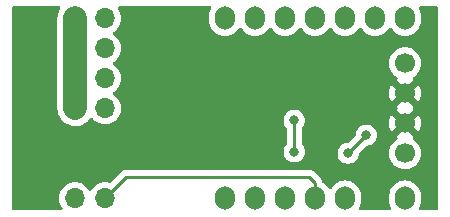
<source format=gbl>
G04 #@! TF.GenerationSoftware,KiCad,Pcbnew,6.0.11*
G04 #@! TF.CreationDate,2025-02-19T14:47:37+01:00*
G04 #@! TF.ProjectId,JetiMiniVarioPCB,4a657469-4d69-46e6-9956-6172696f5043,rev?*
G04 #@! TF.SameCoordinates,Original*
G04 #@! TF.FileFunction,Copper,L2,Bot*
G04 #@! TF.FilePolarity,Positive*
%FSLAX46Y46*%
G04 Gerber Fmt 4.6, Leading zero omitted, Abs format (unit mm)*
G04 Created by KiCad (PCBNEW 6.0.11) date 2025-02-19 14:47:37*
%MOMM*%
%LPD*%
G01*
G04 APERTURE LIST*
G04 #@! TA.AperFunction,ComponentPad*
%ADD10C,1.700000*%
G04 #@! TD*
G04 #@! TA.AperFunction,ComponentPad*
%ADD11O,1.700000X1.700000*%
G04 #@! TD*
G04 #@! TA.AperFunction,ComponentPad*
%ADD12O,1.700000X1.998980*%
G04 #@! TD*
G04 #@! TA.AperFunction,ViaPad*
%ADD13C,0.800000*%
G04 #@! TD*
G04 #@! TA.AperFunction,Conductor*
%ADD14C,2.000000*%
G04 #@! TD*
G04 #@! TA.AperFunction,Conductor*
%ADD15C,0.250000*%
G04 #@! TD*
G04 APERTURE END LIST*
D10*
X114300000Y-77470000D03*
X114300000Y-72390000D03*
D11*
X88900000Y-73660000D03*
X86360000Y-73660000D03*
X83820000Y-73660000D03*
X88900000Y-83820000D03*
X86360000Y-83820000D03*
X83820000Y-83820000D03*
D12*
X114300000Y-68580000D03*
X111760000Y-68580000D03*
X109220000Y-68580000D03*
X106680000Y-68580000D03*
X104140000Y-68580000D03*
X101600000Y-68580000D03*
X99060000Y-68580000D03*
X99060000Y-83820000D03*
X101600000Y-83820000D03*
X104140000Y-83820000D03*
X106659680Y-83820000D03*
X109220000Y-83820000D03*
X111760000Y-83820000D03*
X114300000Y-83820000D03*
D10*
X114300000Y-80010000D03*
D11*
X88900000Y-76200000D03*
X86360000Y-76200000D03*
X83820000Y-76200000D03*
X88900000Y-68580000D03*
X86360000Y-68580000D03*
X83820000Y-68580000D03*
D10*
X114300000Y-74930000D03*
D11*
X88900000Y-71120000D03*
X86360000Y-71120000D03*
X83820000Y-71120000D03*
D13*
X83820000Y-78232000D03*
X83820000Y-79731500D03*
X94488000Y-75438000D03*
X91694000Y-79756000D03*
X106426000Y-73914000D03*
X107442000Y-73914000D03*
X91440000Y-69850000D03*
X91694000Y-78740000D03*
X105670000Y-81010000D03*
X96266000Y-80772000D03*
X109728000Y-72390000D03*
X96266000Y-78740000D03*
X107442000Y-74930000D03*
X93472000Y-73406000D03*
X88900000Y-82042000D03*
X101092000Y-76708000D03*
X92456000Y-75438000D03*
X93472000Y-75438000D03*
X99822000Y-78994000D03*
X91694000Y-80772000D03*
X83820000Y-81280000D03*
X96266000Y-79756000D03*
X101727000Y-77470000D03*
X90932000Y-68580000D03*
X100457000Y-77470000D03*
X104902000Y-77216000D03*
X104902000Y-79883000D03*
X110998000Y-78486000D03*
X109474000Y-80010000D03*
D14*
X86360000Y-68580000D02*
X86360000Y-71120000D01*
X86360000Y-71120000D02*
X86360000Y-73660000D01*
X86360000Y-73660000D02*
X86360000Y-76200000D01*
X83820000Y-76200000D02*
X83820000Y-78232000D01*
X83820000Y-83820000D02*
X83820000Y-81280000D01*
X83820000Y-71120000D02*
X83820000Y-73660000D01*
X83820000Y-78232000D02*
X83820000Y-79731500D01*
X83820000Y-68580000D02*
X83820000Y-71120000D01*
X83820000Y-81280000D02*
X83820000Y-79731500D01*
X83820000Y-73660000D02*
X83820000Y-76200000D01*
D15*
X83844500Y-79756000D02*
X83820000Y-79731500D01*
X106172000Y-82042000D02*
X90678000Y-82042000D01*
X106659680Y-82529680D02*
X106172000Y-82042000D01*
X90678000Y-82042000D02*
X88900000Y-83820000D01*
X106659680Y-83820000D02*
X106659680Y-82529680D01*
X104902000Y-79883000D02*
X104902000Y-77216000D01*
X110998000Y-78486000D02*
X109474000Y-80010000D01*
G04 #@! TA.AperFunction,Conductor*
G36*
X85034211Y-67576462D02*
G01*
X85088749Y-67631000D01*
X85108711Y-67705500D01*
X85088749Y-67780000D01*
X85082799Y-67789466D01*
X85081779Y-67790962D01*
X85050851Y-67836300D01*
X84946965Y-68060104D01*
X84881026Y-68297871D01*
X84880377Y-68303948D01*
X84880376Y-68303951D01*
X84873153Y-68371544D01*
X84859500Y-68499292D01*
X84859500Y-76262554D01*
X84874575Y-76445911D01*
X84876064Y-76451837D01*
X84876064Y-76451840D01*
X84927692Y-76657380D01*
X84934684Y-76685217D01*
X84937119Y-76690817D01*
X84937120Y-76690820D01*
X84978981Y-76787092D01*
X85033072Y-76911493D01*
X85167095Y-77118661D01*
X85333154Y-77301158D01*
X85526790Y-77454082D01*
X85532143Y-77457037D01*
X85532146Y-77457039D01*
X85634796Y-77513704D01*
X85742802Y-77573327D01*
X85975390Y-77655691D01*
X85981405Y-77656762D01*
X85981407Y-77656763D01*
X86072753Y-77673034D01*
X86218306Y-77698961D01*
X86224419Y-77699036D01*
X86224422Y-77699036D01*
X86328346Y-77700305D01*
X86465028Y-77701975D01*
X86523122Y-77693086D01*
X86702893Y-77665577D01*
X86702896Y-77665576D01*
X86708930Y-77664653D01*
X86943460Y-77587997D01*
X87162321Y-77474065D01*
X87359636Y-77325917D01*
X87439615Y-77242224D01*
X87525877Y-77151956D01*
X87525881Y-77151952D01*
X87530104Y-77147532D01*
X87598460Y-77047327D01*
X87656932Y-76997033D01*
X87732719Y-76982713D01*
X87805513Y-77008205D01*
X87843601Y-77045832D01*
X87857772Y-77066071D01*
X87857777Y-77066078D01*
X87861505Y-77071401D01*
X88028599Y-77238495D01*
X88222170Y-77374035D01*
X88436337Y-77473903D01*
X88442618Y-77475586D01*
X88658313Y-77533381D01*
X88658318Y-77533382D01*
X88664592Y-77535063D01*
X88671063Y-77535629D01*
X88671068Y-77535630D01*
X88893519Y-77555092D01*
X88900000Y-77555659D01*
X88906481Y-77555092D01*
X89128932Y-77535630D01*
X89128937Y-77535629D01*
X89135408Y-77535063D01*
X89141682Y-77533382D01*
X89141687Y-77533381D01*
X89357382Y-77475586D01*
X89363663Y-77473903D01*
X89577830Y-77374035D01*
X89771401Y-77238495D01*
X89938495Y-77071401D01*
X90074035Y-76877829D01*
X90173903Y-76663663D01*
X90207435Y-76538520D01*
X90233381Y-76441687D01*
X90233382Y-76441682D01*
X90235063Y-76435408D01*
X90235653Y-76428673D01*
X90255092Y-76206481D01*
X90255659Y-76200000D01*
X90246968Y-76100659D01*
X90235630Y-75971068D01*
X90235629Y-75971063D01*
X90235063Y-75964592D01*
X90173903Y-75736337D01*
X90074035Y-75522171D01*
X89938495Y-75328599D01*
X89771401Y-75161505D01*
X89615089Y-75052054D01*
X89565512Y-74992970D01*
X89555552Y-74936481D01*
X112945410Y-74936481D01*
X112964864Y-75158845D01*
X112967113Y-75171600D01*
X113024886Y-75387210D01*
X113029317Y-75399384D01*
X113123650Y-75601680D01*
X113130132Y-75612908D01*
X113144702Y-75633715D01*
X113156970Y-75644009D01*
X113164448Y-75641288D01*
X113861865Y-74943871D01*
X113869873Y-74930000D01*
X114730127Y-74930000D01*
X114738135Y-74943871D01*
X115430176Y-75635912D01*
X115444047Y-75643920D01*
X115450938Y-75639942D01*
X115469868Y-75612908D01*
X115476350Y-75601680D01*
X115570683Y-75399384D01*
X115575114Y-75387210D01*
X115632887Y-75171600D01*
X115635136Y-75158845D01*
X115654590Y-74936481D01*
X115654590Y-74923519D01*
X115635136Y-74701155D01*
X115632887Y-74688400D01*
X115575114Y-74472790D01*
X115570683Y-74460616D01*
X115476350Y-74258320D01*
X115469868Y-74247092D01*
X115455298Y-74226285D01*
X115443030Y-74215991D01*
X115435552Y-74218712D01*
X114738135Y-74916129D01*
X114730127Y-74930000D01*
X113869873Y-74930000D01*
X113861865Y-74916129D01*
X113169824Y-74224088D01*
X113155953Y-74216080D01*
X113149062Y-74220058D01*
X113130132Y-74247092D01*
X113123650Y-74258320D01*
X113029317Y-74460616D01*
X113024886Y-74472790D01*
X112967113Y-74688400D01*
X112964864Y-74701155D01*
X112945410Y-74923519D01*
X112945410Y-74936481D01*
X89555552Y-74936481D01*
X89552119Y-74917014D01*
X89578498Y-74844537D01*
X89615089Y-74807946D01*
X89766075Y-74702224D01*
X89771401Y-74698495D01*
X89938495Y-74531401D01*
X90074035Y-74337829D01*
X90173903Y-74123663D01*
X90235063Y-73895408D01*
X90244551Y-73786970D01*
X90255092Y-73666481D01*
X90255659Y-73660000D01*
X90254551Y-73647335D01*
X90235630Y-73431068D01*
X90235629Y-73431063D01*
X90235063Y-73424592D01*
X90173903Y-73196337D01*
X90074035Y-72982171D01*
X89938495Y-72788599D01*
X89771401Y-72621505D01*
X89615089Y-72512054D01*
X89565512Y-72452970D01*
X89554409Y-72390000D01*
X112944341Y-72390000D01*
X112944908Y-72396481D01*
X112955020Y-72512054D01*
X112964937Y-72625408D01*
X113026097Y-72853663D01*
X113125965Y-73067829D01*
X113261505Y-73261401D01*
X113428599Y-73428495D01*
X113433925Y-73432224D01*
X113585348Y-73538252D01*
X113634925Y-73597336D01*
X113648318Y-73673292D01*
X113621939Y-73745769D01*
X113608426Y-73759283D01*
X113608894Y-73759675D01*
X113585991Y-73786970D01*
X113588712Y-73794448D01*
X114286129Y-74491865D01*
X114300000Y-74499873D01*
X114313871Y-74491865D01*
X115005913Y-73799823D01*
X115013921Y-73785952D01*
X115005654Y-73771633D01*
X114965081Y-73723290D01*
X114951681Y-73647335D01*
X114978053Y-73574855D01*
X115014652Y-73538252D01*
X115166075Y-73432224D01*
X115171401Y-73428495D01*
X115338495Y-73261401D01*
X115474035Y-73067829D01*
X115573903Y-72853663D01*
X115635063Y-72625408D01*
X115644981Y-72512054D01*
X115655092Y-72396481D01*
X115655659Y-72390000D01*
X115647263Y-72294035D01*
X115635630Y-72161068D01*
X115635629Y-72161063D01*
X115635063Y-72154592D01*
X115573903Y-71926337D01*
X115474035Y-71712171D01*
X115338495Y-71518599D01*
X115171401Y-71351505D01*
X114977830Y-71215965D01*
X114763663Y-71116097D01*
X114754042Y-71113519D01*
X114541687Y-71056619D01*
X114541682Y-71056618D01*
X114535408Y-71054937D01*
X114528937Y-71054371D01*
X114528932Y-71054370D01*
X114306481Y-71034908D01*
X114300000Y-71034341D01*
X114293519Y-71034908D01*
X114071068Y-71054370D01*
X114071063Y-71054371D01*
X114064592Y-71054937D01*
X114058318Y-71056618D01*
X114058313Y-71056619D01*
X113958730Y-71083302D01*
X113836337Y-71116097D01*
X113622171Y-71215965D01*
X113428599Y-71351505D01*
X113261505Y-71518599D01*
X113125965Y-71712171D01*
X113026097Y-71926337D01*
X112964937Y-72154592D01*
X112964371Y-72161063D01*
X112964370Y-72161068D01*
X112952737Y-72294035D01*
X112944341Y-72390000D01*
X89554409Y-72390000D01*
X89552119Y-72377014D01*
X89578498Y-72304537D01*
X89615089Y-72267946D01*
X89766075Y-72162224D01*
X89771401Y-72158495D01*
X89938495Y-71991401D01*
X90074035Y-71797829D01*
X90173903Y-71583663D01*
X90235063Y-71355408D01*
X90246937Y-71219698D01*
X90255092Y-71126481D01*
X90255659Y-71120000D01*
X90235063Y-70884592D01*
X90173903Y-70656337D01*
X90074035Y-70442171D01*
X89938495Y-70248599D01*
X89771401Y-70081505D01*
X89615089Y-69972054D01*
X89565512Y-69912970D01*
X89552119Y-69837014D01*
X89578498Y-69764537D01*
X89615089Y-69727946D01*
X89766075Y-69622224D01*
X89771401Y-69618495D01*
X89938495Y-69451401D01*
X90074035Y-69257829D01*
X90173903Y-69043663D01*
X90235063Y-68815408D01*
X90237706Y-68785208D01*
X90255092Y-68586481D01*
X90255659Y-68580000D01*
X90255092Y-68573519D01*
X90235630Y-68351068D01*
X90235629Y-68351063D01*
X90235063Y-68344592D01*
X90224174Y-68303951D01*
X90193325Y-68188823D01*
X90173903Y-68116337D01*
X90074035Y-67902171D01*
X90070304Y-67896842D01*
X89996167Y-67790962D01*
X89969788Y-67718486D01*
X89983181Y-67642529D01*
X90032759Y-67583446D01*
X90105235Y-67557067D01*
X90118221Y-67556500D01*
X97743562Y-67556500D01*
X97818062Y-67576462D01*
X97872600Y-67631000D01*
X97892562Y-67705500D01*
X97878602Y-67768471D01*
X97786097Y-67966847D01*
X97724937Y-68195102D01*
X97724371Y-68201573D01*
X97724370Y-68201578D01*
X97715414Y-68303951D01*
X97709500Y-68371544D01*
X97709500Y-68788456D01*
X97724937Y-68964898D01*
X97786097Y-69193153D01*
X97885965Y-69407319D01*
X98021505Y-69600891D01*
X98188599Y-69767985D01*
X98382170Y-69903525D01*
X98596337Y-70003393D01*
X98602618Y-70005076D01*
X98818313Y-70062871D01*
X98818318Y-70062872D01*
X98824592Y-70064553D01*
X98831063Y-70065119D01*
X98831068Y-70065120D01*
X99053519Y-70084582D01*
X99060000Y-70085149D01*
X99066481Y-70084582D01*
X99288932Y-70065120D01*
X99288937Y-70065119D01*
X99295408Y-70064553D01*
X99301682Y-70062872D01*
X99301687Y-70062871D01*
X99401270Y-70036188D01*
X99523663Y-70003393D01*
X99737829Y-69903525D01*
X99931401Y-69767985D01*
X100098495Y-69600891D01*
X100207946Y-69444578D01*
X100267030Y-69395001D01*
X100342986Y-69381608D01*
X100415463Y-69407987D01*
X100452054Y-69444578D01*
X100561505Y-69600891D01*
X100728599Y-69767985D01*
X100922170Y-69903525D01*
X101136337Y-70003393D01*
X101142618Y-70005076D01*
X101358313Y-70062871D01*
X101358318Y-70062872D01*
X101364592Y-70064553D01*
X101371063Y-70065119D01*
X101371068Y-70065120D01*
X101593519Y-70084582D01*
X101600000Y-70085149D01*
X101606481Y-70084582D01*
X101828932Y-70065120D01*
X101828937Y-70065119D01*
X101835408Y-70064553D01*
X101841682Y-70062872D01*
X101841687Y-70062871D01*
X101941270Y-70036188D01*
X102063663Y-70003393D01*
X102277829Y-69903525D01*
X102471401Y-69767985D01*
X102638495Y-69600891D01*
X102747946Y-69444578D01*
X102807030Y-69395001D01*
X102882986Y-69381608D01*
X102955463Y-69407987D01*
X102992054Y-69444578D01*
X103101505Y-69600891D01*
X103268599Y-69767985D01*
X103462170Y-69903525D01*
X103676337Y-70003393D01*
X103682618Y-70005076D01*
X103898313Y-70062871D01*
X103898318Y-70062872D01*
X103904592Y-70064553D01*
X103911063Y-70065119D01*
X103911068Y-70065120D01*
X104133519Y-70084582D01*
X104140000Y-70085149D01*
X104146481Y-70084582D01*
X104368932Y-70065120D01*
X104368937Y-70065119D01*
X104375408Y-70064553D01*
X104381682Y-70062872D01*
X104381687Y-70062871D01*
X104481270Y-70036188D01*
X104603663Y-70003393D01*
X104817829Y-69903525D01*
X105011401Y-69767985D01*
X105178495Y-69600891D01*
X105287946Y-69444578D01*
X105347030Y-69395001D01*
X105422986Y-69381608D01*
X105495463Y-69407987D01*
X105532054Y-69444578D01*
X105641505Y-69600891D01*
X105808599Y-69767985D01*
X106002170Y-69903525D01*
X106216337Y-70003393D01*
X106222618Y-70005076D01*
X106438313Y-70062871D01*
X106438318Y-70062872D01*
X106444592Y-70064553D01*
X106451063Y-70065119D01*
X106451068Y-70065120D01*
X106673519Y-70084582D01*
X106680000Y-70085149D01*
X106686481Y-70084582D01*
X106908932Y-70065120D01*
X106908937Y-70065119D01*
X106915408Y-70064553D01*
X106921682Y-70062872D01*
X106921687Y-70062871D01*
X107021270Y-70036188D01*
X107143663Y-70003393D01*
X107357829Y-69903525D01*
X107551401Y-69767985D01*
X107718495Y-69600891D01*
X107827946Y-69444578D01*
X107887030Y-69395001D01*
X107962986Y-69381608D01*
X108035463Y-69407987D01*
X108072054Y-69444578D01*
X108181505Y-69600891D01*
X108348599Y-69767985D01*
X108542170Y-69903525D01*
X108756337Y-70003393D01*
X108762618Y-70005076D01*
X108978313Y-70062871D01*
X108978318Y-70062872D01*
X108984592Y-70064553D01*
X108991063Y-70065119D01*
X108991068Y-70065120D01*
X109213519Y-70084582D01*
X109220000Y-70085149D01*
X109226481Y-70084582D01*
X109448932Y-70065120D01*
X109448937Y-70065119D01*
X109455408Y-70064553D01*
X109461682Y-70062872D01*
X109461687Y-70062871D01*
X109561270Y-70036188D01*
X109683663Y-70003393D01*
X109897829Y-69903525D01*
X110091401Y-69767985D01*
X110258495Y-69600891D01*
X110367946Y-69444578D01*
X110427030Y-69395001D01*
X110502986Y-69381608D01*
X110575463Y-69407987D01*
X110612054Y-69444578D01*
X110721505Y-69600891D01*
X110888599Y-69767985D01*
X111082170Y-69903525D01*
X111296337Y-70003393D01*
X111302618Y-70005076D01*
X111518313Y-70062871D01*
X111518318Y-70062872D01*
X111524592Y-70064553D01*
X111531063Y-70065119D01*
X111531068Y-70065120D01*
X111753519Y-70084582D01*
X111760000Y-70085149D01*
X111766481Y-70084582D01*
X111988932Y-70065120D01*
X111988937Y-70065119D01*
X111995408Y-70064553D01*
X112001682Y-70062872D01*
X112001687Y-70062871D01*
X112101270Y-70036188D01*
X112223663Y-70003393D01*
X112437829Y-69903525D01*
X112631401Y-69767985D01*
X112798495Y-69600891D01*
X112907946Y-69444578D01*
X112967030Y-69395001D01*
X113042986Y-69381608D01*
X113115463Y-69407987D01*
X113152054Y-69444578D01*
X113261505Y-69600891D01*
X113428599Y-69767985D01*
X113622170Y-69903525D01*
X113836337Y-70003393D01*
X113842618Y-70005076D01*
X114058313Y-70062871D01*
X114058318Y-70062872D01*
X114064592Y-70064553D01*
X114071063Y-70065119D01*
X114071068Y-70065120D01*
X114293519Y-70084582D01*
X114300000Y-70085149D01*
X114306481Y-70084582D01*
X114528932Y-70065120D01*
X114528937Y-70065119D01*
X114535408Y-70064553D01*
X114541682Y-70062872D01*
X114541687Y-70062871D01*
X114641270Y-70036188D01*
X114763663Y-70003393D01*
X114977829Y-69903525D01*
X115171401Y-69767985D01*
X115338495Y-69600891D01*
X115474035Y-69407319D01*
X115573903Y-69193153D01*
X115635063Y-68964898D01*
X115650500Y-68788456D01*
X115650500Y-68371544D01*
X115644586Y-68303951D01*
X115635630Y-68201578D01*
X115635629Y-68201573D01*
X115635063Y-68195102D01*
X115573903Y-67966847D01*
X115481398Y-67768471D01*
X115468005Y-67692514D01*
X115494384Y-67620037D01*
X115553467Y-67570460D01*
X115616438Y-67556500D01*
X116945000Y-67556500D01*
X117019500Y-67576462D01*
X117074038Y-67631000D01*
X117094000Y-67705500D01*
X117094000Y-84694500D01*
X117074038Y-84769000D01*
X117019500Y-84823538D01*
X116945000Y-84843500D01*
X115616438Y-84843500D01*
X115541938Y-84823538D01*
X115487400Y-84769000D01*
X115467438Y-84694500D01*
X115481398Y-84631529D01*
X115571155Y-84439046D01*
X115573903Y-84433153D01*
X115635063Y-84204898D01*
X115650500Y-84028456D01*
X115650500Y-83611544D01*
X115635063Y-83435102D01*
X115613372Y-83354147D01*
X115580160Y-83230199D01*
X115573903Y-83206847D01*
X115474035Y-82992681D01*
X115338495Y-82799109D01*
X115171401Y-82632015D01*
X114977830Y-82496475D01*
X114763663Y-82396607D01*
X114742002Y-82390803D01*
X114541687Y-82337129D01*
X114541682Y-82337128D01*
X114535408Y-82335447D01*
X114528937Y-82334881D01*
X114528932Y-82334880D01*
X114306481Y-82315418D01*
X114300000Y-82314851D01*
X114293519Y-82315418D01*
X114071068Y-82334880D01*
X114071063Y-82334881D01*
X114064592Y-82335447D01*
X114058318Y-82337128D01*
X114058313Y-82337129D01*
X113958730Y-82363812D01*
X113836337Y-82396607D01*
X113622171Y-82496475D01*
X113428599Y-82632015D01*
X113261505Y-82799109D01*
X113125965Y-82992681D01*
X113026097Y-83206847D01*
X113019840Y-83230199D01*
X112986629Y-83354147D01*
X112964937Y-83435102D01*
X112949500Y-83611544D01*
X112949500Y-84028456D01*
X112964937Y-84204898D01*
X113026097Y-84433153D01*
X113028845Y-84439046D01*
X113118602Y-84631529D01*
X113131995Y-84707486D01*
X113105616Y-84779963D01*
X113046533Y-84829540D01*
X112983562Y-84843500D01*
X110536438Y-84843500D01*
X110461938Y-84823538D01*
X110407400Y-84769000D01*
X110387438Y-84694500D01*
X110401398Y-84631529D01*
X110491155Y-84439046D01*
X110493903Y-84433153D01*
X110555063Y-84204898D01*
X110570500Y-84028456D01*
X110570500Y-83611544D01*
X110555063Y-83435102D01*
X110533372Y-83354147D01*
X110500160Y-83230199D01*
X110493903Y-83206847D01*
X110394035Y-82992681D01*
X110258495Y-82799109D01*
X110091401Y-82632015D01*
X109897830Y-82496475D01*
X109683663Y-82396607D01*
X109662002Y-82390803D01*
X109461687Y-82337129D01*
X109461682Y-82337128D01*
X109455408Y-82335447D01*
X109448937Y-82334881D01*
X109448932Y-82334880D01*
X109226481Y-82315418D01*
X109220000Y-82314851D01*
X109213519Y-82315418D01*
X108991068Y-82334880D01*
X108991063Y-82334881D01*
X108984592Y-82335447D01*
X108978318Y-82337128D01*
X108978313Y-82337129D01*
X108878730Y-82363812D01*
X108756337Y-82396607D01*
X108542171Y-82496475D01*
X108348599Y-82632015D01*
X108181505Y-82799109D01*
X108177776Y-82804435D01*
X108061894Y-82969932D01*
X108002810Y-83019509D01*
X107926854Y-83032902D01*
X107854377Y-83006523D01*
X107817786Y-82969932D01*
X107701904Y-82804435D01*
X107698175Y-82799109D01*
X107531081Y-82632015D01*
X107337510Y-82496475D01*
X107338758Y-82494692D01*
X107291690Y-82447635D01*
X107277625Y-82414654D01*
X107277333Y-82413648D01*
X107272607Y-82390803D01*
X107271519Y-82382191D01*
X107270344Y-82372888D01*
X107256799Y-82338677D01*
X107254702Y-82333382D01*
X107250154Y-82320099D01*
X107248269Y-82313612D01*
X107238298Y-82279290D01*
X107233527Y-82271223D01*
X107233524Y-82271216D01*
X107229103Y-82263741D01*
X107218815Y-82242741D01*
X107215617Y-82234662D01*
X107215614Y-82234656D01*
X107212166Y-82225948D01*
X107187184Y-82191563D01*
X107179486Y-82179845D01*
X107157850Y-82143260D01*
X107145078Y-82130488D01*
X107129893Y-82112708D01*
X107124786Y-82105679D01*
X107124784Y-82105677D01*
X107119274Y-82098093D01*
X107086536Y-82071010D01*
X107076153Y-82061563D01*
X106668639Y-81654048D01*
X106661975Y-81646724D01*
X106657786Y-81640123D01*
X106642250Y-81625533D01*
X106609071Y-81594376D01*
X106605710Y-81591119D01*
X106586471Y-81571880D01*
X106582762Y-81569003D01*
X106579260Y-81565916D01*
X106579270Y-81565905D01*
X106573559Y-81561028D01*
X106549415Y-81538355D01*
X106542582Y-81531938D01*
X106534367Y-81527422D01*
X106534363Y-81527419D01*
X106526746Y-81523231D01*
X106507207Y-81510397D01*
X106492936Y-81499327D01*
X106453921Y-81482444D01*
X106441334Y-81476277D01*
X106412309Y-81460320D01*
X106412307Y-81460319D01*
X106404092Y-81455803D01*
X106386597Y-81451311D01*
X106364476Y-81443737D01*
X106347896Y-81436562D01*
X106338642Y-81435096D01*
X106338641Y-81435096D01*
X106305921Y-81429914D01*
X106292174Y-81427067D01*
X106281518Y-81424331D01*
X106251019Y-81416500D01*
X106232955Y-81416500D01*
X106209647Y-81414666D01*
X106201056Y-81413305D01*
X106201053Y-81413305D01*
X106191804Y-81411840D01*
X106149500Y-81415839D01*
X106135478Y-81416500D01*
X90754863Y-81416500D01*
X90744964Y-81416033D01*
X90737333Y-81414327D01*
X90727971Y-81414621D01*
X90727969Y-81414621D01*
X90670495Y-81416427D01*
X90665816Y-81416500D01*
X90638650Y-81416500D01*
X90633992Y-81417089D01*
X90629332Y-81417382D01*
X90629331Y-81417367D01*
X90621861Y-81417954D01*
X90588748Y-81418994D01*
X90588736Y-81418996D01*
X90579373Y-81419290D01*
X90570373Y-81421905D01*
X90570372Y-81421905D01*
X90562023Y-81424331D01*
X90539122Y-81429073D01*
X90521208Y-81431336D01*
X90498609Y-81440284D01*
X90481702Y-81446978D01*
X90468419Y-81451526D01*
X90427610Y-81463382D01*
X90419543Y-81468153D01*
X90419536Y-81468156D01*
X90412061Y-81472577D01*
X90391061Y-81482865D01*
X90382982Y-81486063D01*
X90382976Y-81486066D01*
X90374268Y-81489514D01*
X90360762Y-81499327D01*
X90339886Y-81514494D01*
X90328165Y-81522194D01*
X90291580Y-81543830D01*
X90278808Y-81556602D01*
X90261028Y-81571787D01*
X90253999Y-81576894D01*
X90253997Y-81576896D01*
X90246413Y-81582406D01*
X90237837Y-81592773D01*
X90219325Y-81615150D01*
X90209877Y-81625533D01*
X89365853Y-82469556D01*
X89299058Y-82508120D01*
X89221931Y-82508120D01*
X89141690Y-82486620D01*
X89141687Y-82486620D01*
X89135408Y-82484937D01*
X89128937Y-82484371D01*
X89128932Y-82484370D01*
X88906481Y-82464908D01*
X88900000Y-82464341D01*
X88893519Y-82464908D01*
X88671068Y-82484370D01*
X88671063Y-82484371D01*
X88664592Y-82484937D01*
X88658318Y-82486618D01*
X88658313Y-82486619D01*
X88578071Y-82508120D01*
X88436337Y-82546097D01*
X88222171Y-82645965D01*
X88028599Y-82781505D01*
X87861505Y-82948599D01*
X87802476Y-83032902D01*
X87752054Y-83104912D01*
X87692970Y-83154489D01*
X87617014Y-83167882D01*
X87544537Y-83141503D01*
X87507946Y-83104912D01*
X87457524Y-83032902D01*
X87398495Y-82948599D01*
X87231401Y-82781505D01*
X87037830Y-82645965D01*
X86823663Y-82546097D01*
X86817382Y-82544414D01*
X86601687Y-82486619D01*
X86601682Y-82486618D01*
X86595408Y-82484937D01*
X86588937Y-82484371D01*
X86588932Y-82484370D01*
X86366481Y-82464908D01*
X86360000Y-82464341D01*
X86353519Y-82464908D01*
X86131068Y-82484370D01*
X86131063Y-82484371D01*
X86124592Y-82484937D01*
X86118318Y-82486618D01*
X86118313Y-82486619D01*
X86038071Y-82508120D01*
X85896337Y-82546097D01*
X85682171Y-82645965D01*
X85488599Y-82781505D01*
X85321505Y-82948599D01*
X85185965Y-83142171D01*
X85086097Y-83356337D01*
X85024937Y-83584592D01*
X85024371Y-83591063D01*
X85024370Y-83591068D01*
X85004908Y-83813519D01*
X85004341Y-83820000D01*
X85004908Y-83826481D01*
X85022295Y-84025208D01*
X85024937Y-84055408D01*
X85086097Y-84283663D01*
X85185965Y-84497829D01*
X85189694Y-84503155D01*
X85189696Y-84503158D01*
X85263833Y-84609038D01*
X85290212Y-84681514D01*
X85276819Y-84757471D01*
X85227241Y-84816554D01*
X85154765Y-84842933D01*
X85141779Y-84843500D01*
X81175000Y-84843500D01*
X81100500Y-84823538D01*
X81045962Y-84769000D01*
X81026000Y-84694500D01*
X81026000Y-79883000D01*
X103996540Y-79883000D01*
X103997356Y-79890764D01*
X104009207Y-80003519D01*
X104016326Y-80071256D01*
X104074821Y-80251284D01*
X104169467Y-80415216D01*
X104174689Y-80421016D01*
X104174693Y-80421021D01*
X104222093Y-80473663D01*
X104296129Y-80555888D01*
X104449270Y-80667151D01*
X104622197Y-80744144D01*
X104629833Y-80745767D01*
X104629836Y-80745768D01*
X104799713Y-80781876D01*
X104799714Y-80781876D01*
X104807354Y-80783500D01*
X104996646Y-80783500D01*
X105004286Y-80781876D01*
X105004287Y-80781876D01*
X105174164Y-80745768D01*
X105174167Y-80745767D01*
X105181803Y-80744144D01*
X105354730Y-80667151D01*
X105507871Y-80555888D01*
X105581907Y-80473663D01*
X105629307Y-80421021D01*
X105629311Y-80421016D01*
X105634533Y-80415216D01*
X105729179Y-80251284D01*
X105787674Y-80071256D01*
X105794113Y-80010000D01*
X108568540Y-80010000D01*
X108588326Y-80198256D01*
X108590741Y-80205688D01*
X108590741Y-80205689D01*
X108603143Y-80243857D01*
X108646821Y-80378284D01*
X108741467Y-80542216D01*
X108746689Y-80548016D01*
X108746693Y-80548021D01*
X108812403Y-80620998D01*
X108868129Y-80682888D01*
X108874447Y-80687479D01*
X108874449Y-80687480D01*
X108948068Y-80740967D01*
X109021270Y-80794151D01*
X109194197Y-80871144D01*
X109201833Y-80872767D01*
X109201836Y-80872768D01*
X109371713Y-80908876D01*
X109371714Y-80908876D01*
X109379354Y-80910500D01*
X109568646Y-80910500D01*
X109576286Y-80908876D01*
X109576287Y-80908876D01*
X109746164Y-80872768D01*
X109746167Y-80872767D01*
X109753803Y-80871144D01*
X109926730Y-80794151D01*
X109999932Y-80740967D01*
X110073551Y-80687480D01*
X110073553Y-80687479D01*
X110079871Y-80682888D01*
X110135597Y-80620998D01*
X110201307Y-80548021D01*
X110201311Y-80548016D01*
X110206533Y-80542216D01*
X110301179Y-80378284D01*
X110344857Y-80243857D01*
X110357259Y-80205689D01*
X110357259Y-80205688D01*
X110359674Y-80198256D01*
X110376396Y-80039154D01*
X110387587Y-80010000D01*
X112944341Y-80010000D01*
X112944908Y-80016481D01*
X112960812Y-80198256D01*
X112964937Y-80245408D01*
X113026097Y-80473663D01*
X113125965Y-80687829D01*
X113261505Y-80881401D01*
X113428599Y-81048495D01*
X113622170Y-81184035D01*
X113836337Y-81283903D01*
X113842618Y-81285586D01*
X114058313Y-81343381D01*
X114058318Y-81343382D01*
X114064592Y-81345063D01*
X114071063Y-81345629D01*
X114071068Y-81345630D01*
X114293519Y-81365092D01*
X114300000Y-81365659D01*
X114306481Y-81365092D01*
X114528932Y-81345630D01*
X114528937Y-81345629D01*
X114535408Y-81345063D01*
X114541682Y-81343382D01*
X114541687Y-81343381D01*
X114757382Y-81285586D01*
X114763663Y-81283903D01*
X114977830Y-81184035D01*
X115171401Y-81048495D01*
X115338495Y-80881401D01*
X115474035Y-80687829D01*
X115573903Y-80473663D01*
X115635063Y-80245408D01*
X115639189Y-80198256D01*
X115655092Y-80016481D01*
X115655659Y-80010000D01*
X115644548Y-79883000D01*
X115635630Y-79781068D01*
X115635629Y-79781063D01*
X115635063Y-79774592D01*
X115573903Y-79546337D01*
X115474035Y-79332171D01*
X115338495Y-79138599D01*
X115171401Y-78971505D01*
X115014652Y-78861748D01*
X114965075Y-78802664D01*
X114951682Y-78726708D01*
X114978061Y-78654231D01*
X114991575Y-78640718D01*
X114991107Y-78640325D01*
X115014011Y-78613030D01*
X115011290Y-78605554D01*
X114313871Y-77908135D01*
X114300000Y-77900127D01*
X114286129Y-77908135D01*
X113594087Y-78600177D01*
X113586079Y-78614048D01*
X113594338Y-78628354D01*
X113634927Y-78676729D01*
X113648318Y-78752686D01*
X113621936Y-78825162D01*
X113585347Y-78861749D01*
X113428599Y-78971505D01*
X113261505Y-79138599D01*
X113125965Y-79332171D01*
X113026097Y-79546337D01*
X112964937Y-79774592D01*
X112964371Y-79781063D01*
X112964370Y-79781068D01*
X112955452Y-79883000D01*
X112944341Y-80010000D01*
X110387587Y-80010000D01*
X110404036Y-79967148D01*
X110419221Y-79949369D01*
X110938450Y-79430141D01*
X111005245Y-79391577D01*
X111043809Y-79386500D01*
X111092646Y-79386500D01*
X111100286Y-79384876D01*
X111100287Y-79384876D01*
X111270164Y-79348768D01*
X111270167Y-79348767D01*
X111277803Y-79347144D01*
X111450730Y-79270151D01*
X111603871Y-79158888D01*
X111687635Y-79065859D01*
X111725307Y-79024021D01*
X111725311Y-79024016D01*
X111730533Y-79018216D01*
X111759655Y-78967776D01*
X111820869Y-78861749D01*
X111825179Y-78854284D01*
X111883674Y-78674256D01*
X111887241Y-78640325D01*
X111902644Y-78493764D01*
X111903460Y-78486000D01*
X111883674Y-78297744D01*
X111825179Y-78117716D01*
X111730533Y-77953784D01*
X111725311Y-77947984D01*
X111725307Y-77947979D01*
X111652471Y-77867088D01*
X111603871Y-77813112D01*
X111450730Y-77701849D01*
X111277803Y-77624856D01*
X111270167Y-77623233D01*
X111270164Y-77623232D01*
X111100287Y-77587124D01*
X111100286Y-77587124D01*
X111092646Y-77585500D01*
X110903354Y-77585500D01*
X110895714Y-77587124D01*
X110895713Y-77587124D01*
X110725836Y-77623232D01*
X110725833Y-77623233D01*
X110718197Y-77624856D01*
X110545270Y-77701849D01*
X110392129Y-77813112D01*
X110343529Y-77867088D01*
X110270693Y-77947979D01*
X110270689Y-77947984D01*
X110265467Y-77953784D01*
X110170821Y-78117716D01*
X110112326Y-78297744D01*
X110098737Y-78427038D01*
X110095604Y-78456846D01*
X110067964Y-78528851D01*
X110052779Y-78546630D01*
X109533550Y-79065859D01*
X109466755Y-79104423D01*
X109428191Y-79109500D01*
X109379354Y-79109500D01*
X109371714Y-79111124D01*
X109371713Y-79111124D01*
X109201836Y-79147232D01*
X109201833Y-79147233D01*
X109194197Y-79148856D01*
X109021270Y-79225849D01*
X109014954Y-79230438D01*
X108874930Y-79332171D01*
X108868129Y-79337112D01*
X108857634Y-79348768D01*
X108746693Y-79471979D01*
X108746689Y-79471984D01*
X108741467Y-79477784D01*
X108646821Y-79641716D01*
X108644408Y-79649143D01*
X108601543Y-79781068D01*
X108588326Y-79821744D01*
X108568540Y-80010000D01*
X105794113Y-80010000D01*
X105794794Y-80003519D01*
X105806644Y-79890764D01*
X105807460Y-79883000D01*
X105787674Y-79694744D01*
X105729179Y-79514716D01*
X105634533Y-79350784D01*
X105629316Y-79344990D01*
X105629308Y-79344979D01*
X105565771Y-79274415D01*
X105530756Y-79205694D01*
X105527500Y-79174715D01*
X105527500Y-77924285D01*
X105547462Y-77849785D01*
X105565771Y-77824585D01*
X105629308Y-77754021D01*
X105629316Y-77754010D01*
X105634533Y-77748216D01*
X105729179Y-77584284D01*
X105764206Y-77476481D01*
X112945410Y-77476481D01*
X112964864Y-77698845D01*
X112967113Y-77711600D01*
X113024886Y-77927210D01*
X113029317Y-77939384D01*
X113123650Y-78141680D01*
X113130132Y-78152908D01*
X113144702Y-78173715D01*
X113156970Y-78184009D01*
X113164448Y-78181288D01*
X113861865Y-77483871D01*
X113869873Y-77470000D01*
X114730127Y-77470000D01*
X114738135Y-77483871D01*
X115430176Y-78175912D01*
X115444047Y-78183920D01*
X115450938Y-78179942D01*
X115469868Y-78152908D01*
X115476350Y-78141680D01*
X115570683Y-77939384D01*
X115575114Y-77927210D01*
X115632887Y-77711600D01*
X115635136Y-77698845D01*
X115654590Y-77476481D01*
X115654590Y-77463519D01*
X115635136Y-77241155D01*
X115632887Y-77228400D01*
X115575114Y-77012790D01*
X115570683Y-77000616D01*
X115476350Y-76798320D01*
X115469868Y-76787092D01*
X115455298Y-76766285D01*
X115443030Y-76755991D01*
X115435552Y-76758712D01*
X114738135Y-77456129D01*
X114730127Y-77470000D01*
X113869873Y-77470000D01*
X113861865Y-77456129D01*
X113169824Y-76764088D01*
X113155953Y-76756080D01*
X113149062Y-76760058D01*
X113130132Y-76787092D01*
X113123650Y-76798320D01*
X113029317Y-77000616D01*
X113024886Y-77012790D01*
X112967113Y-77228400D01*
X112964864Y-77241155D01*
X112945410Y-77463519D01*
X112945410Y-77476481D01*
X105764206Y-77476481D01*
X105770819Y-77456129D01*
X105785259Y-77411689D01*
X105785259Y-77411688D01*
X105787674Y-77404256D01*
X105790851Y-77374035D01*
X105806644Y-77223764D01*
X105807460Y-77216000D01*
X105800264Y-77147532D01*
X105788491Y-77035514D01*
X105788490Y-77035511D01*
X105787674Y-77027744D01*
X105773043Y-76982713D01*
X105751571Y-76916632D01*
X105729179Y-76847716D01*
X105674635Y-76753244D01*
X105638438Y-76690547D01*
X105638436Y-76690544D01*
X105634533Y-76683784D01*
X105629311Y-76677984D01*
X105629307Y-76677979D01*
X105563597Y-76605002D01*
X105507871Y-76543112D01*
X105354730Y-76431849D01*
X105181803Y-76354856D01*
X105174167Y-76353233D01*
X105174164Y-76353232D01*
X105050609Y-76326970D01*
X113585991Y-76326970D01*
X113588712Y-76334448D01*
X114286129Y-77031865D01*
X114300000Y-77039873D01*
X114313871Y-77031865D01*
X115005913Y-76339823D01*
X115013921Y-76325952D01*
X115006055Y-76312327D01*
X114964640Y-76262971D01*
X114951246Y-76187015D01*
X114977625Y-76114538D01*
X114991504Y-76100659D01*
X114991107Y-76100325D01*
X115014011Y-76073030D01*
X115011290Y-76065554D01*
X114313871Y-75368135D01*
X114300000Y-75360127D01*
X114286129Y-75368135D01*
X113594087Y-76060177D01*
X113586079Y-76074048D01*
X113593942Y-76087668D01*
X113635364Y-76137035D01*
X113648755Y-76212992D01*
X113622373Y-76285467D01*
X113608497Y-76299342D01*
X113608894Y-76299675D01*
X113585991Y-76326970D01*
X105050609Y-76326970D01*
X105004287Y-76317124D01*
X105004286Y-76317124D01*
X104996646Y-76315500D01*
X104807354Y-76315500D01*
X104799714Y-76317124D01*
X104799713Y-76317124D01*
X104629836Y-76353232D01*
X104629833Y-76353233D01*
X104622197Y-76354856D01*
X104449270Y-76431849D01*
X104296129Y-76543112D01*
X104240403Y-76605002D01*
X104174693Y-76677979D01*
X104174689Y-76677984D01*
X104169467Y-76683784D01*
X104165564Y-76690544D01*
X104165562Y-76690547D01*
X104129365Y-76753244D01*
X104074821Y-76847716D01*
X104052429Y-76916632D01*
X104030958Y-76982713D01*
X104016326Y-77027744D01*
X104015510Y-77035511D01*
X104015509Y-77035514D01*
X104003736Y-77147532D01*
X103996540Y-77216000D01*
X103997356Y-77223764D01*
X104013150Y-77374035D01*
X104016326Y-77404256D01*
X104018741Y-77411688D01*
X104018741Y-77411689D01*
X104033181Y-77456129D01*
X104074821Y-77584284D01*
X104169467Y-77748216D01*
X104174684Y-77754010D01*
X104174692Y-77754021D01*
X104238229Y-77824585D01*
X104273244Y-77893306D01*
X104276500Y-77924285D01*
X104276500Y-79174715D01*
X104256538Y-79249215D01*
X104238229Y-79274415D01*
X104174692Y-79344979D01*
X104174684Y-79344990D01*
X104169467Y-79350784D01*
X104074821Y-79514716D01*
X104016326Y-79694744D01*
X103996540Y-79883000D01*
X81026000Y-79883000D01*
X81026000Y-67705500D01*
X81045962Y-67631000D01*
X81100500Y-67576462D01*
X81175000Y-67556500D01*
X84959711Y-67556500D01*
X85034211Y-67576462D01*
G37*
G04 #@! TD.AperFunction*
M02*

</source>
